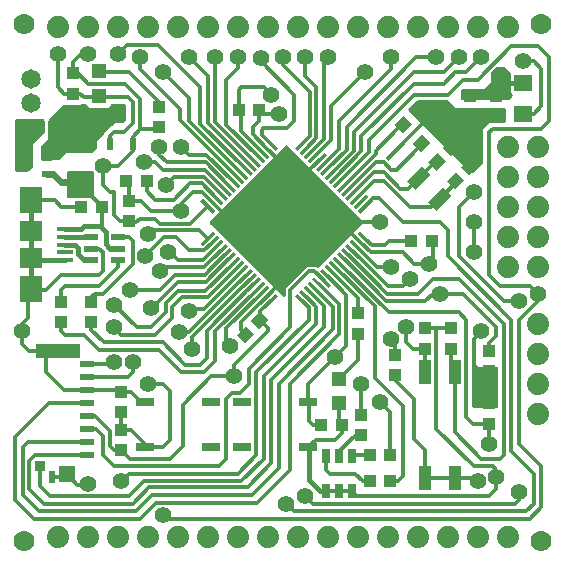
<source format=gbr>
G04 EAGLE Gerber RS-274X export*
G75*
%MOMM*%
%FSLAX34Y34*%
%LPD*%
%INTop Copper*%
%IPPOS*%
%AMOC8*
5,1,8,0,0,1.08239X$1,22.5*%
G01*
%ADD10R,1.400000X0.400000*%
%ADD11R,1.900000X1.800000*%
%ADD12R,1.900000X2.300000*%
%ADD13R,1.500000X0.300000*%
%ADD14R,1.100000X1.000000*%
%ADD15R,0.600000X1.000000*%
%ADD16R,0.970000X0.500000*%
%ADD17R,1.000000X1.100000*%
%ADD18C,1.651000*%
%ADD19R,1.000000X1.800000*%
%ADD20R,1.524000X0.762000*%
%ADD21R,0.400000X2.000000*%
%ADD22R,1.200000X1.200000*%
%ADD23R,1.092200X2.006600*%
%ADD24R,1.250000X0.600000*%
%ADD25R,3.790000X1.200000*%
%ADD26R,1.400000X1.450000*%
%ADD27R,0.850000X0.950000*%
%ADD28R,0.700000X1.300000*%
%ADD29C,1.879600*%
%ADD30R,2.200000X1.800000*%
%ADD31R,1.650000X1.400000*%
%ADD32R,1.000000X1.400000*%
%ADD33R,1.200000X0.600000*%
%ADD34C,0.406400*%
%ADD35C,0.609600*%
%ADD36C,0.304800*%
%ADD37C,1.397000*%
%ADD38C,0.254000*%
%ADD39C,1.778000*%

G36*
X239521Y225819D02*
X239521Y225819D01*
X239595Y225820D01*
X239692Y225844D01*
X239792Y225859D01*
X239861Y225887D01*
X239933Y225905D01*
X240023Y225951D01*
X240116Y225988D01*
X240177Y226030D01*
X240243Y226065D01*
X240320Y226130D01*
X240402Y226187D01*
X240452Y226242D01*
X240508Y226290D01*
X240568Y226371D01*
X240635Y226446D01*
X240671Y226511D01*
X240716Y226571D01*
X240755Y226663D01*
X240804Y226751D01*
X240824Y226822D01*
X240854Y226891D01*
X240871Y226989D01*
X240899Y227086D01*
X240907Y227186D01*
X240915Y227234D01*
X240913Y227269D01*
X240918Y227330D01*
X240918Y233248D01*
X258877Y251207D01*
X266371Y251207D01*
X266726Y250851D01*
X266747Y250835D01*
X266764Y250815D01*
X266883Y250727D01*
X266999Y250635D01*
X267023Y250623D01*
X267044Y250608D01*
X267180Y250549D01*
X267314Y250486D01*
X267340Y250480D01*
X267364Y250470D01*
X267510Y250443D01*
X267655Y250412D01*
X267681Y250413D01*
X267707Y250408D01*
X267856Y250416D01*
X268003Y250418D01*
X268029Y250425D01*
X268055Y250426D01*
X268198Y250467D01*
X268341Y250503D01*
X268365Y250515D01*
X268390Y250522D01*
X268519Y250595D01*
X268651Y250663D01*
X268671Y250680D01*
X268694Y250693D01*
X268880Y250851D01*
X305877Y287848D01*
X305893Y287868D01*
X305913Y287885D01*
X306002Y288005D01*
X306094Y288121D01*
X306105Y288145D01*
X306121Y288166D01*
X306179Y288302D01*
X306243Y288436D01*
X306248Y288462D01*
X306259Y288486D01*
X306285Y288632D01*
X306316Y288777D01*
X306316Y288803D01*
X306320Y288829D01*
X306313Y288977D01*
X306310Y289125D01*
X306304Y289151D01*
X306302Y289177D01*
X306261Y289319D01*
X306225Y289463D01*
X306213Y289487D01*
X306206Y289512D01*
X306133Y289641D01*
X306065Y289773D01*
X306048Y289793D01*
X306036Y289816D01*
X305877Y290002D01*
X242377Y353502D01*
X242357Y353518D01*
X242340Y353538D01*
X242220Y353627D01*
X242104Y353719D01*
X242080Y353730D01*
X242059Y353746D01*
X241923Y353804D01*
X241789Y353868D01*
X241763Y353873D01*
X241739Y353884D01*
X241593Y353910D01*
X241448Y353941D01*
X241422Y353941D01*
X241396Y353945D01*
X241248Y353938D01*
X241100Y353935D01*
X241074Y353929D01*
X241048Y353927D01*
X240906Y353886D01*
X240762Y353850D01*
X240739Y353838D01*
X240713Y353831D01*
X240584Y353758D01*
X240452Y353690D01*
X240432Y353673D01*
X240409Y353661D01*
X240223Y353502D01*
X176723Y290002D01*
X176707Y289982D01*
X176687Y289965D01*
X176598Y289845D01*
X176506Y289729D01*
X176495Y289705D01*
X176479Y289684D01*
X176421Y289548D01*
X176357Y289414D01*
X176352Y289388D01*
X176341Y289364D01*
X176315Y289218D01*
X176284Y289073D01*
X176284Y289047D01*
X176280Y289021D01*
X176287Y288873D01*
X176290Y288725D01*
X176296Y288699D01*
X176298Y288673D01*
X176339Y288531D01*
X176375Y288387D01*
X176387Y288364D01*
X176394Y288338D01*
X176466Y288209D01*
X176535Y288077D01*
X176552Y288057D01*
X176564Y288034D01*
X176723Y287848D01*
X238318Y226253D01*
X238396Y226191D01*
X238469Y226121D01*
X238533Y226082D01*
X238591Y226036D01*
X238682Y225993D01*
X238768Y225942D01*
X238839Y225919D01*
X238906Y225887D01*
X239004Y225866D01*
X239100Y225836D01*
X239174Y225830D01*
X239247Y225814D01*
X239347Y225816D01*
X239447Y225808D01*
X239521Y225819D01*
G37*
G36*
X398515Y330275D02*
X398515Y330275D01*
X398663Y330277D01*
X398688Y330284D01*
X398714Y330285D01*
X398857Y330326D01*
X399001Y330362D01*
X399024Y330375D01*
X399049Y330382D01*
X399178Y330454D01*
X399310Y330522D01*
X399330Y330539D01*
X399353Y330552D01*
X399540Y330710D01*
X407477Y338648D01*
X407556Y338747D01*
X407640Y338841D01*
X407664Y338883D01*
X407694Y338921D01*
X407748Y339035D01*
X407809Y339146D01*
X407822Y339192D01*
X407843Y339236D01*
X407869Y339359D01*
X407904Y339481D01*
X407909Y339542D01*
X407916Y339577D01*
X407915Y339625D01*
X407923Y339725D01*
X407923Y367669D01*
X413381Y373127D01*
X425450Y373127D01*
X425476Y373130D01*
X425502Y373128D01*
X425649Y373150D01*
X425796Y373167D01*
X425821Y373175D01*
X425847Y373179D01*
X425985Y373234D01*
X426124Y373284D01*
X426146Y373298D01*
X426171Y373308D01*
X426292Y373393D01*
X426417Y373473D01*
X426435Y373492D01*
X426457Y373507D01*
X426556Y373617D01*
X426659Y373724D01*
X426673Y373746D01*
X426690Y373766D01*
X426762Y373896D01*
X426838Y374023D01*
X426846Y374048D01*
X426859Y374071D01*
X426899Y374214D01*
X426944Y374355D01*
X426946Y374381D01*
X426954Y374406D01*
X426973Y374650D01*
X426973Y384175D01*
X426970Y384201D01*
X426972Y384227D01*
X426950Y384374D01*
X426933Y384521D01*
X426925Y384546D01*
X426921Y384572D01*
X426866Y384710D01*
X426816Y384849D01*
X426802Y384871D01*
X426792Y384896D01*
X426707Y385017D01*
X426627Y385142D01*
X426608Y385160D01*
X426593Y385182D01*
X426483Y385281D01*
X426376Y385384D01*
X426354Y385398D01*
X426334Y385415D01*
X426204Y385487D01*
X426077Y385563D01*
X426052Y385571D01*
X426029Y385584D01*
X425886Y385624D01*
X425745Y385669D01*
X425719Y385671D01*
X425694Y385679D01*
X425450Y385698D01*
X384806Y385698D01*
X378902Y391602D01*
X378803Y391681D01*
X378709Y391765D01*
X378667Y391789D01*
X378629Y391819D01*
X378515Y391873D01*
X378404Y391934D01*
X378358Y391947D01*
X378314Y391968D01*
X378191Y391994D01*
X378069Y392029D01*
X378008Y392034D01*
X377973Y392041D01*
X377925Y392040D01*
X377825Y392048D01*
X352425Y392048D01*
X352299Y392034D01*
X352173Y392027D01*
X352127Y392014D01*
X352079Y392008D01*
X351960Y391966D01*
X351838Y391931D01*
X351796Y391907D01*
X351751Y391891D01*
X351644Y391822D01*
X351534Y391761D01*
X351488Y391721D01*
X351458Y391702D01*
X351424Y391667D01*
X351348Y391602D01*
X344998Y385252D01*
X344982Y385232D01*
X344962Y385215D01*
X344873Y385095D01*
X344781Y384979D01*
X344770Y384955D01*
X344754Y384934D01*
X344696Y384798D01*
X344632Y384664D01*
X344627Y384638D01*
X344616Y384614D01*
X344590Y384468D01*
X344559Y384323D01*
X344559Y384297D01*
X344555Y384271D01*
X344562Y384123D01*
X344565Y383975D01*
X344571Y383949D01*
X344573Y383923D01*
X344614Y383781D01*
X344650Y383637D01*
X344662Y383614D01*
X344669Y383588D01*
X344742Y383459D01*
X344810Y383327D01*
X344827Y383307D01*
X344839Y383284D01*
X344998Y383098D01*
X397385Y330710D01*
X397406Y330694D01*
X397423Y330674D01*
X397542Y330586D01*
X397658Y330494D01*
X397682Y330483D01*
X397703Y330467D01*
X397839Y330408D01*
X397974Y330345D01*
X397999Y330339D01*
X398023Y330329D01*
X398170Y330303D01*
X398314Y330272D01*
X398340Y330272D01*
X398366Y330267D01*
X398515Y330275D01*
G37*
G36*
X47751Y341391D02*
X47751Y341391D01*
X47877Y341398D01*
X47923Y341411D01*
X47971Y341417D01*
X48090Y341459D01*
X48212Y341494D01*
X48254Y341518D01*
X48299Y341534D01*
X48406Y341603D01*
X48516Y341664D01*
X48562Y341704D01*
X48592Y341723D01*
X48626Y341758D01*
X48702Y341823D01*
X54606Y347727D01*
X76200Y347727D01*
X76326Y347741D01*
X76452Y347748D01*
X76498Y347761D01*
X76546Y347767D01*
X76665Y347809D01*
X76787Y347844D01*
X76829Y347868D01*
X76874Y347884D01*
X76981Y347953D01*
X77091Y348014D01*
X77137Y348054D01*
X77167Y348073D01*
X77201Y348108D01*
X77277Y348173D01*
X80452Y351348D01*
X80531Y351447D01*
X80615Y351541D01*
X80639Y351583D01*
X80669Y351621D01*
X80723Y351735D01*
X80784Y351846D01*
X80797Y351892D01*
X80818Y351936D01*
X80844Y352059D01*
X80879Y352181D01*
X80884Y352242D01*
X80891Y352277D01*
X80890Y352325D01*
X80898Y352425D01*
X80898Y358144D01*
X86746Y363992D01*
X86747Y363993D01*
X86749Y363995D01*
X86855Y364129D01*
X86963Y364265D01*
X86964Y364267D01*
X86965Y364268D01*
X87076Y364486D01*
X87337Y365116D01*
X89123Y366902D01*
X89124Y366902D01*
X90298Y368076D01*
X90298Y368077D01*
X92084Y369863D01*
X92714Y370124D01*
X92716Y370125D01*
X92718Y370125D01*
X92869Y370210D01*
X93019Y370293D01*
X93020Y370294D01*
X93022Y370295D01*
X93208Y370454D01*
X95881Y373127D01*
X102972Y373127D01*
X103098Y373141D01*
X103224Y373148D01*
X103270Y373161D01*
X103318Y373167D01*
X103437Y373209D01*
X103559Y373244D01*
X103601Y373268D01*
X103646Y373284D01*
X103753Y373353D01*
X103863Y373414D01*
X103909Y373454D01*
X103939Y373473D01*
X103973Y373508D01*
X104049Y373573D01*
X105090Y374614D01*
X105169Y374713D01*
X105253Y374807D01*
X105277Y374849D01*
X105307Y374887D01*
X105361Y375001D01*
X105422Y375112D01*
X105435Y375158D01*
X105456Y375202D01*
X105482Y375325D01*
X105517Y375447D01*
X105522Y375508D01*
X105529Y375543D01*
X105528Y375591D01*
X105536Y375691D01*
X105536Y387350D01*
X105533Y387376D01*
X105535Y387402D01*
X105513Y387549D01*
X105496Y387696D01*
X105488Y387721D01*
X105484Y387747D01*
X105429Y387885D01*
X105379Y388024D01*
X105365Y388046D01*
X105355Y388071D01*
X105270Y388192D01*
X105190Y388317D01*
X105171Y388335D01*
X105156Y388357D01*
X105046Y388456D01*
X104939Y388559D01*
X104917Y388573D01*
X104897Y388590D01*
X104767Y388662D01*
X104640Y388738D01*
X104615Y388746D01*
X104592Y388759D01*
X104449Y388799D01*
X104308Y388844D01*
X104282Y388846D01*
X104257Y388854D01*
X104013Y388873D01*
X93903Y388873D01*
X93777Y388859D01*
X93651Y388852D01*
X93604Y388839D01*
X93556Y388833D01*
X93437Y388791D01*
X93316Y388756D01*
X93274Y388732D01*
X93228Y388716D01*
X93122Y388647D01*
X93012Y388586D01*
X92965Y388546D01*
X92935Y388527D01*
X92902Y388492D01*
X92826Y388427D01*
X90234Y385835D01*
X74866Y385835D01*
X72274Y388427D01*
X72175Y388506D01*
X72082Y388590D01*
X72039Y388614D01*
X72001Y388644D01*
X71887Y388698D01*
X71777Y388759D01*
X71730Y388772D01*
X71686Y388793D01*
X71563Y388819D01*
X71441Y388854D01*
X71380Y388859D01*
X71346Y388866D01*
X71298Y388865D01*
X71197Y388873D01*
X68178Y388873D01*
X68052Y388859D01*
X67926Y388852D01*
X67879Y388839D01*
X67831Y388833D01*
X67712Y388791D01*
X67591Y388756D01*
X67549Y388732D01*
X67503Y388716D01*
X67397Y388647D01*
X67287Y388586D01*
X67241Y388546D01*
X67210Y388527D01*
X67177Y388492D01*
X67100Y388427D01*
X67009Y388335D01*
X53437Y388335D01*
X53311Y388321D01*
X53185Y388314D01*
X53139Y388301D01*
X53091Y388295D01*
X52972Y388253D01*
X52850Y388218D01*
X52808Y388194D01*
X52763Y388178D01*
X52656Y388109D01*
X52546Y388048D01*
X52500Y388008D01*
X52470Y387989D01*
X52436Y387954D01*
X52360Y387889D01*
X40198Y375727D01*
X40119Y375628D01*
X40035Y375534D01*
X40011Y375492D01*
X39981Y375454D01*
X39927Y375340D01*
X39866Y375229D01*
X39853Y375183D01*
X39832Y375139D01*
X39806Y375016D01*
X39771Y374894D01*
X39767Y374833D01*
X39759Y374798D01*
X39760Y374750D01*
X39752Y374650D01*
X39752Y359406D01*
X33848Y353502D01*
X33769Y353403D01*
X33685Y353309D01*
X33661Y353267D01*
X33631Y353229D01*
X33577Y353115D01*
X33516Y353004D01*
X33503Y352958D01*
X33482Y352914D01*
X33456Y352791D01*
X33421Y352669D01*
X33417Y352608D01*
X33409Y352573D01*
X33410Y352525D01*
X33402Y352425D01*
X33402Y342900D01*
X33405Y342874D01*
X33403Y342848D01*
X33425Y342701D01*
X33442Y342554D01*
X33450Y342529D01*
X33454Y342503D01*
X33509Y342365D01*
X33559Y342226D01*
X33573Y342204D01*
X33583Y342179D01*
X33668Y342058D01*
X33748Y341933D01*
X33767Y341915D01*
X33782Y341893D01*
X33892Y341794D01*
X33999Y341691D01*
X34021Y341677D01*
X34041Y341660D01*
X34171Y341588D01*
X34298Y341512D01*
X34323Y341504D01*
X34346Y341491D01*
X34489Y341451D01*
X34630Y341406D01*
X34656Y341404D01*
X34681Y341396D01*
X34925Y341377D01*
X47625Y341377D01*
X47751Y341391D01*
G37*
G36*
X22351Y331866D02*
X22351Y331866D01*
X22477Y331873D01*
X22523Y331886D01*
X22571Y331892D01*
X22690Y331934D01*
X22812Y331969D01*
X22854Y331993D01*
X22899Y332009D01*
X23006Y332078D01*
X23116Y332139D01*
X23162Y332179D01*
X23192Y332198D01*
X23226Y332233D01*
X23302Y332298D01*
X26477Y335473D01*
X26556Y335572D01*
X26640Y335666D01*
X26664Y335708D01*
X26694Y335746D01*
X26748Y335860D01*
X26809Y335971D01*
X26822Y336017D01*
X26843Y336061D01*
X26869Y336184D01*
X26904Y336306D01*
X26909Y336367D01*
X26916Y336402D01*
X26915Y336450D01*
X26923Y336550D01*
X26923Y354969D01*
X36002Y364048D01*
X36081Y364147D01*
X36165Y364241D01*
X36189Y364283D01*
X36219Y364321D01*
X36273Y364435D01*
X36334Y364546D01*
X36347Y364592D01*
X36368Y364636D01*
X36394Y364759D01*
X36429Y364881D01*
X36434Y364942D01*
X36441Y364977D01*
X36440Y365025D01*
X36448Y365125D01*
X36448Y374650D01*
X36445Y374676D01*
X36447Y374702D01*
X36425Y374849D01*
X36408Y374996D01*
X36400Y375021D01*
X36396Y375047D01*
X36341Y375185D01*
X36291Y375324D01*
X36277Y375346D01*
X36267Y375371D01*
X36182Y375492D01*
X36102Y375617D01*
X36083Y375635D01*
X36068Y375657D01*
X35958Y375756D01*
X35851Y375859D01*
X35829Y375873D01*
X35809Y375890D01*
X35679Y375962D01*
X35552Y376038D01*
X35527Y376046D01*
X35504Y376059D01*
X35361Y376099D01*
X35220Y376144D01*
X35194Y376146D01*
X35169Y376154D01*
X34925Y376173D01*
X12700Y376173D01*
X12674Y376170D01*
X12648Y376172D01*
X12501Y376150D01*
X12354Y376133D01*
X12329Y376125D01*
X12303Y376121D01*
X12165Y376066D01*
X12026Y376016D01*
X12004Y376002D01*
X11979Y375992D01*
X11858Y375907D01*
X11733Y375827D01*
X11715Y375808D01*
X11693Y375793D01*
X11594Y375683D01*
X11491Y375576D01*
X11477Y375554D01*
X11460Y375534D01*
X11388Y375404D01*
X11312Y375277D01*
X11304Y375252D01*
X11291Y375229D01*
X11251Y375086D01*
X11206Y374945D01*
X11204Y374919D01*
X11196Y374894D01*
X11177Y374650D01*
X11177Y333375D01*
X11180Y333349D01*
X11178Y333323D01*
X11200Y333176D01*
X11217Y333029D01*
X11225Y333004D01*
X11229Y332978D01*
X11284Y332840D01*
X11334Y332701D01*
X11348Y332679D01*
X11358Y332654D01*
X11443Y332533D01*
X11523Y332408D01*
X11542Y332390D01*
X11557Y332368D01*
X11667Y332269D01*
X11774Y332166D01*
X11796Y332152D01*
X11816Y332135D01*
X11946Y332063D01*
X12073Y331987D01*
X12098Y331979D01*
X12121Y331966D01*
X12264Y331926D01*
X12405Y331881D01*
X12431Y331879D01*
X12456Y331871D01*
X12700Y331852D01*
X22225Y331852D01*
X22351Y331866D01*
G37*
G36*
X419126Y131830D02*
X419126Y131830D01*
X419152Y131828D01*
X419299Y131850D01*
X419446Y131867D01*
X419471Y131875D01*
X419497Y131879D01*
X419635Y131934D01*
X419774Y131984D01*
X419796Y131998D01*
X419821Y132008D01*
X419942Y132093D01*
X420067Y132173D01*
X420085Y132192D01*
X420107Y132207D01*
X420206Y132317D01*
X420309Y132424D01*
X420323Y132446D01*
X420340Y132466D01*
X420412Y132596D01*
X420488Y132723D01*
X420496Y132748D01*
X420509Y132771D01*
X420549Y132914D01*
X420594Y133055D01*
X420596Y133081D01*
X420604Y133106D01*
X420623Y133350D01*
X420623Y165100D01*
X420620Y165126D01*
X420622Y165152D01*
X420600Y165299D01*
X420583Y165446D01*
X420575Y165471D01*
X420571Y165497D01*
X420516Y165635D01*
X420466Y165774D01*
X420452Y165796D01*
X420442Y165821D01*
X420357Y165942D01*
X420277Y166067D01*
X420258Y166085D01*
X420243Y166107D01*
X420133Y166206D01*
X420026Y166309D01*
X420004Y166323D01*
X419984Y166340D01*
X419854Y166412D01*
X419727Y166488D01*
X419702Y166496D01*
X419679Y166509D01*
X419536Y166549D01*
X419395Y166594D01*
X419369Y166596D01*
X419344Y166604D01*
X419100Y166623D01*
X403856Y166623D01*
X401127Y169352D01*
X401049Y169414D01*
X400976Y169484D01*
X400912Y169523D01*
X400854Y169569D01*
X400763Y169612D01*
X400677Y169663D01*
X400606Y169686D01*
X400539Y169718D01*
X400441Y169739D01*
X400345Y169769D01*
X400271Y169775D01*
X400198Y169791D01*
X400098Y169789D01*
X399998Y169797D01*
X399924Y169786D01*
X399850Y169785D01*
X399753Y169761D01*
X399653Y169746D01*
X399584Y169718D01*
X399512Y169700D01*
X399422Y169654D01*
X399329Y169617D01*
X399268Y169575D01*
X399202Y169540D01*
X399125Y169475D01*
X399043Y169418D01*
X398993Y169363D01*
X398937Y169315D01*
X398877Y169234D01*
X398810Y169159D01*
X398774Y169094D01*
X398729Y169034D01*
X398690Y168942D01*
X398641Y168854D01*
X398621Y168783D01*
X398591Y168714D01*
X398574Y168616D01*
X398546Y168519D01*
X398538Y168419D01*
X398530Y168371D01*
X398532Y168336D01*
X398527Y168275D01*
X398527Y133350D01*
X398530Y133324D01*
X398528Y133298D01*
X398550Y133151D01*
X398567Y133004D01*
X398575Y132979D01*
X398579Y132953D01*
X398634Y132815D01*
X398684Y132676D01*
X398698Y132654D01*
X398708Y132629D01*
X398793Y132508D01*
X398873Y132383D01*
X398892Y132365D01*
X398907Y132343D01*
X399017Y132244D01*
X399124Y132141D01*
X399146Y132127D01*
X399166Y132110D01*
X399296Y132038D01*
X399423Y131962D01*
X399448Y131954D01*
X399471Y131941D01*
X399614Y131901D01*
X399755Y131856D01*
X399781Y131854D01*
X399806Y131846D01*
X400050Y131827D01*
X419100Y131827D01*
X419126Y131830D01*
G37*
G36*
X428751Y392191D02*
X428751Y392191D01*
X428877Y392198D01*
X428923Y392211D01*
X428971Y392217D01*
X429090Y392259D01*
X429212Y392294D01*
X429254Y392318D01*
X429299Y392334D01*
X429406Y392403D01*
X429516Y392464D01*
X429562Y392504D01*
X429592Y392523D01*
X429626Y392558D01*
X429702Y392623D01*
X432413Y395333D01*
X432429Y395354D01*
X432449Y395371D01*
X432537Y395491D01*
X432629Y395606D01*
X432640Y395630D01*
X432656Y395651D01*
X432715Y395787D01*
X432778Y395922D01*
X432784Y395947D01*
X432794Y395971D01*
X432820Y396118D01*
X432852Y396262D01*
X432851Y396288D01*
X432856Y396314D01*
X432848Y396463D01*
X432846Y396611D01*
X432839Y396636D01*
X432838Y396662D01*
X432797Y396805D01*
X432761Y396949D01*
X432749Y396972D01*
X432741Y396997D01*
X432669Y397127D01*
X432601Y397259D01*
X432584Y397279D01*
X432571Y397301D01*
X432413Y397488D01*
X431042Y398858D01*
X431042Y415031D01*
X431040Y415055D01*
X431041Y415078D01*
X431027Y415174D01*
X431021Y415283D01*
X431008Y415329D01*
X431002Y415377D01*
X430992Y415406D01*
X430990Y415422D01*
X430958Y415501D01*
X430925Y415618D01*
X430901Y415660D01*
X430885Y415705D01*
X430865Y415736D01*
X430861Y415746D01*
X430826Y415796D01*
X430816Y415812D01*
X430755Y415922D01*
X430715Y415968D01*
X430696Y415998D01*
X430665Y416028D01*
X430662Y416032D01*
X430656Y416038D01*
X430596Y416108D01*
X426527Y420177D01*
X426428Y420256D01*
X426334Y420340D01*
X426292Y420364D01*
X426254Y420394D01*
X426140Y420448D01*
X426029Y420509D01*
X425983Y420522D01*
X425939Y420543D01*
X425816Y420569D01*
X425694Y420604D01*
X425633Y420609D01*
X425598Y420616D01*
X425550Y420615D01*
X425450Y420623D01*
X419934Y420623D01*
X419809Y420609D01*
X419682Y420602D01*
X419636Y420589D01*
X419588Y420583D01*
X419469Y420541D01*
X419347Y420506D01*
X419305Y420482D01*
X419260Y420466D01*
X419154Y420397D01*
X419043Y420336D01*
X418997Y420296D01*
X418967Y420277D01*
X418934Y420242D01*
X418857Y420177D01*
X414848Y416168D01*
X414769Y416069D01*
X414685Y415975D01*
X414661Y415933D01*
X414631Y415895D01*
X414577Y415781D01*
X414516Y415670D01*
X414503Y415623D01*
X414482Y415580D01*
X414456Y415456D01*
X414421Y415335D01*
X414417Y415274D01*
X414409Y415239D01*
X414410Y415191D01*
X414402Y415091D01*
X414402Y407031D01*
X408944Y401573D01*
X390525Y401573D01*
X390499Y401570D01*
X390473Y401572D01*
X390326Y401550D01*
X390179Y401533D01*
X390154Y401525D01*
X390128Y401521D01*
X389990Y401466D01*
X389851Y401416D01*
X389829Y401402D01*
X389804Y401392D01*
X389683Y401307D01*
X389558Y401227D01*
X389540Y401208D01*
X389518Y401193D01*
X389419Y401083D01*
X389316Y400976D01*
X389302Y400954D01*
X389285Y400934D01*
X389213Y400804D01*
X389137Y400677D01*
X389129Y400652D01*
X389116Y400629D01*
X389076Y400486D01*
X389031Y400345D01*
X389029Y400319D01*
X389021Y400294D01*
X389002Y400050D01*
X389002Y393700D01*
X389005Y393674D01*
X389003Y393648D01*
X389025Y393501D01*
X389042Y393354D01*
X389050Y393329D01*
X389054Y393303D01*
X389109Y393165D01*
X389159Y393026D01*
X389173Y393004D01*
X389183Y392979D01*
X389268Y392858D01*
X389348Y392733D01*
X389367Y392715D01*
X389382Y392693D01*
X389492Y392594D01*
X389599Y392491D01*
X389621Y392477D01*
X389641Y392460D01*
X389771Y392388D01*
X389898Y392312D01*
X389923Y392304D01*
X389946Y392291D01*
X390089Y392251D01*
X390230Y392206D01*
X390256Y392204D01*
X390281Y392196D01*
X390525Y392177D01*
X428625Y392177D01*
X428751Y392191D01*
G37*
G36*
X61004Y309121D02*
X61004Y309121D01*
X61031Y309119D01*
X61205Y309141D01*
X61369Y309158D01*
X74031Y309158D01*
X74039Y309155D01*
X74066Y309153D01*
X74092Y309146D01*
X74422Y309119D01*
X76200Y309119D01*
X76218Y309121D01*
X76236Y309119D01*
X76418Y309140D01*
X76601Y309159D01*
X76618Y309164D01*
X76635Y309166D01*
X76810Y309223D01*
X76986Y309277D01*
X77001Y309285D01*
X77018Y309291D01*
X77178Y309381D01*
X77340Y309469D01*
X77353Y309480D01*
X77369Y309489D01*
X77508Y309609D01*
X77649Y309726D01*
X77660Y309740D01*
X77674Y309752D01*
X77786Y309897D01*
X77901Y310040D01*
X77909Y310056D01*
X77920Y310070D01*
X78002Y310235D01*
X78087Y310397D01*
X78092Y310414D01*
X78100Y310431D01*
X78147Y310609D01*
X78198Y310784D01*
X78200Y310802D01*
X78204Y310819D01*
X78231Y311150D01*
X78231Y330200D01*
X78229Y330218D01*
X78231Y330236D01*
X78210Y330418D01*
X78191Y330601D01*
X78186Y330618D01*
X78184Y330635D01*
X78127Y330810D01*
X78073Y330986D01*
X78065Y331001D01*
X78059Y331018D01*
X77969Y331178D01*
X77881Y331340D01*
X77870Y331353D01*
X77861Y331369D01*
X77741Y331508D01*
X77624Y331649D01*
X77610Y331660D01*
X77598Y331674D01*
X77453Y331786D01*
X77310Y331901D01*
X77294Y331909D01*
X77280Y331920D01*
X77115Y332002D01*
X76953Y332087D01*
X76936Y332092D01*
X76920Y332100D01*
X76741Y332147D01*
X76566Y332198D01*
X76548Y332200D01*
X76531Y332204D01*
X76200Y332231D01*
X57150Y332231D01*
X57132Y332229D01*
X57114Y332231D01*
X56932Y332210D01*
X56749Y332191D01*
X56732Y332186D01*
X56715Y332184D01*
X56540Y332127D01*
X56364Y332073D01*
X56349Y332065D01*
X56332Y332059D01*
X56172Y331969D01*
X56010Y331881D01*
X55997Y331870D01*
X55981Y331861D01*
X55842Y331741D01*
X55701Y331624D01*
X55690Y331610D01*
X55677Y331598D01*
X55564Y331453D01*
X55449Y331310D01*
X55441Y331294D01*
X55430Y331280D01*
X55348Y331115D01*
X55263Y330953D01*
X55258Y330936D01*
X55250Y330920D01*
X55203Y330741D01*
X55152Y330566D01*
X55150Y330548D01*
X55146Y330531D01*
X55119Y330200D01*
X55119Y311150D01*
X55121Y311132D01*
X55119Y311114D01*
X55140Y310932D01*
X55159Y310749D01*
X55164Y310732D01*
X55166Y310715D01*
X55223Y310540D01*
X55277Y310364D01*
X55285Y310349D01*
X55291Y310332D01*
X55381Y310172D01*
X55469Y310010D01*
X55480Y309997D01*
X55489Y309981D01*
X55609Y309842D01*
X55726Y309701D01*
X55740Y309690D01*
X55752Y309677D01*
X55897Y309564D01*
X56040Y309449D01*
X56056Y309441D01*
X56070Y309430D01*
X56235Y309348D01*
X56397Y309263D01*
X56414Y309258D01*
X56431Y309250D01*
X56609Y309203D01*
X56784Y309152D01*
X56802Y309150D01*
X56819Y309146D01*
X57150Y309119D01*
X60978Y309119D01*
X61004Y309121D01*
G37*
D10*
X53900Y282875D03*
X53900Y276375D03*
X53900Y269875D03*
X53900Y263375D03*
X53900Y256875D03*
D11*
X25400Y281375D03*
X25400Y258375D03*
D12*
X25400Y307375D03*
X25400Y232375D03*
D13*
G36*
X301759Y298472D02*
X312364Y309077D01*
X314485Y306956D01*
X303880Y296351D01*
X301759Y298472D01*
G37*
G36*
X298223Y302007D02*
X308828Y312612D01*
X310949Y310491D01*
X300344Y299886D01*
X298223Y302007D01*
G37*
G36*
X294688Y305543D02*
X305293Y316148D01*
X307414Y314027D01*
X296809Y303422D01*
X294688Y305543D01*
G37*
G36*
X291152Y309078D02*
X301757Y319683D01*
X303878Y317562D01*
X293273Y306957D01*
X291152Y309078D01*
G37*
G36*
X287616Y312614D02*
X298221Y323219D01*
X300342Y321098D01*
X289737Y310493D01*
X287616Y312614D01*
G37*
G36*
X284081Y316149D02*
X294686Y326754D01*
X296807Y324633D01*
X286202Y314028D01*
X284081Y316149D01*
G37*
G36*
X280545Y319685D02*
X291150Y330290D01*
X293271Y328169D01*
X282666Y317564D01*
X280545Y319685D01*
G37*
G36*
X277010Y323220D02*
X287615Y333825D01*
X289736Y331704D01*
X279131Y321099D01*
X277010Y323220D01*
G37*
G36*
X273474Y326756D02*
X284079Y337361D01*
X286200Y335240D01*
X275595Y324635D01*
X273474Y326756D01*
G37*
G36*
X269939Y330291D02*
X280544Y340896D01*
X282665Y338775D01*
X272060Y328170D01*
X269939Y330291D01*
G37*
G36*
X266403Y333827D02*
X277008Y344432D01*
X279129Y342311D01*
X268524Y331706D01*
X266403Y333827D01*
G37*
G36*
X262868Y337362D02*
X273473Y347967D01*
X275594Y345846D01*
X264989Y335241D01*
X262868Y337362D01*
G37*
G36*
X259332Y340898D02*
X269937Y351503D01*
X272058Y349382D01*
X261453Y338777D01*
X259332Y340898D01*
G37*
G36*
X255797Y344434D02*
X266402Y355039D01*
X268523Y352918D01*
X257918Y342313D01*
X255797Y344434D01*
G37*
G36*
X252261Y347969D02*
X262866Y358574D01*
X264987Y356453D01*
X254382Y345848D01*
X252261Y347969D01*
G37*
G36*
X248726Y351505D02*
X259331Y362110D01*
X261452Y359989D01*
X250847Y349384D01*
X248726Y351505D01*
G37*
G36*
X231753Y349384D02*
X221148Y359989D01*
X223269Y362110D01*
X233874Y351505D01*
X231753Y349384D01*
G37*
G36*
X228218Y345848D02*
X217613Y356453D01*
X219734Y358574D01*
X230339Y347969D01*
X228218Y345848D01*
G37*
G36*
X224682Y342313D02*
X214077Y352918D01*
X216198Y355039D01*
X226803Y344434D01*
X224682Y342313D01*
G37*
G36*
X221147Y338777D02*
X210542Y349382D01*
X212663Y351503D01*
X223268Y340898D01*
X221147Y338777D01*
G37*
G36*
X217611Y335241D02*
X207006Y345846D01*
X209127Y347967D01*
X219732Y337362D01*
X217611Y335241D01*
G37*
G36*
X214076Y331706D02*
X203471Y342311D01*
X205592Y344432D01*
X216197Y333827D01*
X214076Y331706D01*
G37*
G36*
X210540Y328170D02*
X199935Y338775D01*
X202056Y340896D01*
X212661Y330291D01*
X210540Y328170D01*
G37*
G36*
X207005Y324635D02*
X196400Y335240D01*
X198521Y337361D01*
X209126Y326756D01*
X207005Y324635D01*
G37*
G36*
X203469Y321099D02*
X192864Y331704D01*
X194985Y333825D01*
X205590Y323220D01*
X203469Y321099D01*
G37*
G36*
X199934Y317564D02*
X189329Y328169D01*
X191450Y330290D01*
X202055Y319685D01*
X199934Y317564D01*
G37*
G36*
X196398Y314028D02*
X185793Y324633D01*
X187914Y326754D01*
X198519Y316149D01*
X196398Y314028D01*
G37*
G36*
X192863Y310493D02*
X182258Y321098D01*
X184379Y323219D01*
X194984Y312614D01*
X192863Y310493D01*
G37*
G36*
X189327Y306957D02*
X178722Y317562D01*
X180843Y319683D01*
X191448Y309078D01*
X189327Y306957D01*
G37*
G36*
X185791Y303422D02*
X175186Y314027D01*
X177307Y316148D01*
X187912Y305543D01*
X185791Y303422D01*
G37*
G36*
X182256Y299886D02*
X171651Y310491D01*
X173772Y312612D01*
X184377Y302007D01*
X182256Y299886D01*
G37*
G36*
X178720Y296351D02*
X168115Y306956D01*
X170236Y309077D01*
X180841Y298472D01*
X178720Y296351D01*
G37*
G36*
X180841Y279378D02*
X170236Y268773D01*
X168115Y270894D01*
X178720Y281499D01*
X180841Y279378D01*
G37*
G36*
X184377Y275843D02*
X173772Y265238D01*
X171651Y267359D01*
X182256Y277964D01*
X184377Y275843D01*
G37*
G36*
X187912Y272307D02*
X177307Y261702D01*
X175186Y263823D01*
X185791Y274428D01*
X187912Y272307D01*
G37*
G36*
X191448Y268772D02*
X180843Y258167D01*
X178722Y260288D01*
X189327Y270893D01*
X191448Y268772D01*
G37*
G36*
X194984Y265236D02*
X184379Y254631D01*
X182258Y256752D01*
X192863Y267357D01*
X194984Y265236D01*
G37*
G36*
X198519Y261701D02*
X187914Y251096D01*
X185793Y253217D01*
X196398Y263822D01*
X198519Y261701D01*
G37*
G36*
X202055Y258165D02*
X191450Y247560D01*
X189329Y249681D01*
X199934Y260286D01*
X202055Y258165D01*
G37*
G36*
X205590Y254630D02*
X194985Y244025D01*
X192864Y246146D01*
X203469Y256751D01*
X205590Y254630D01*
G37*
G36*
X209126Y251094D02*
X198521Y240489D01*
X196400Y242610D01*
X207005Y253215D01*
X209126Y251094D01*
G37*
G36*
X212661Y247559D02*
X202056Y236954D01*
X199935Y239075D01*
X210540Y249680D01*
X212661Y247559D01*
G37*
G36*
X216197Y244023D02*
X205592Y233418D01*
X203471Y235539D01*
X214076Y246144D01*
X216197Y244023D01*
G37*
G36*
X219732Y240488D02*
X209127Y229883D01*
X207006Y232004D01*
X217611Y242609D01*
X219732Y240488D01*
G37*
G36*
X223268Y236952D02*
X212663Y226347D01*
X210542Y228468D01*
X221147Y239073D01*
X223268Y236952D01*
G37*
G36*
X226803Y233416D02*
X216198Y222811D01*
X214077Y224932D01*
X224682Y235537D01*
X226803Y233416D01*
G37*
G36*
X230339Y229881D02*
X219734Y219276D01*
X217613Y221397D01*
X228218Y232002D01*
X230339Y229881D01*
G37*
G36*
X233874Y226345D02*
X223269Y215740D01*
X221148Y217861D01*
X231753Y228466D01*
X233874Y226345D01*
G37*
G36*
X250847Y228466D02*
X261452Y217861D01*
X259331Y215740D01*
X248726Y226345D01*
X250847Y228466D01*
G37*
G36*
X254382Y232002D02*
X264987Y221397D01*
X262866Y219276D01*
X252261Y229881D01*
X254382Y232002D01*
G37*
G36*
X257918Y235537D02*
X268523Y224932D01*
X266402Y222811D01*
X255797Y233416D01*
X257918Y235537D01*
G37*
G36*
X261453Y239073D02*
X272058Y228468D01*
X269937Y226347D01*
X259332Y236952D01*
X261453Y239073D01*
G37*
G36*
X264989Y242609D02*
X275594Y232004D01*
X273473Y229883D01*
X262868Y240488D01*
X264989Y242609D01*
G37*
G36*
X268524Y246144D02*
X279129Y235539D01*
X277008Y233418D01*
X266403Y244023D01*
X268524Y246144D01*
G37*
G36*
X272060Y249680D02*
X282665Y239075D01*
X280544Y236954D01*
X269939Y247559D01*
X272060Y249680D01*
G37*
G36*
X275595Y253215D02*
X286200Y242610D01*
X284079Y240489D01*
X273474Y251094D01*
X275595Y253215D01*
G37*
G36*
X279131Y256751D02*
X289736Y246146D01*
X287615Y244025D01*
X277010Y254630D01*
X279131Y256751D01*
G37*
G36*
X282666Y260286D02*
X293271Y249681D01*
X291150Y247560D01*
X280545Y258165D01*
X282666Y260286D01*
G37*
G36*
X286202Y263822D02*
X296807Y253217D01*
X294686Y251096D01*
X284081Y261701D01*
X286202Y263822D01*
G37*
G36*
X289737Y267357D02*
X300342Y256752D01*
X298221Y254631D01*
X287616Y265236D01*
X289737Y267357D01*
G37*
G36*
X293273Y270893D02*
X303878Y260288D01*
X301757Y258167D01*
X291152Y268772D01*
X293273Y270893D01*
G37*
G36*
X296809Y274428D02*
X307414Y263823D01*
X305293Y261702D01*
X294688Y272307D01*
X296809Y274428D01*
G37*
G36*
X300344Y277964D02*
X310949Y267359D01*
X308828Y265238D01*
X298223Y275843D01*
X300344Y277964D01*
G37*
G36*
X303880Y281499D02*
X314485Y270894D01*
X312364Y268773D01*
X301759Y279378D01*
X303880Y281499D01*
G37*
D14*
X76200Y204225D03*
X76200Y221225D03*
X50800Y204225D03*
X50800Y221225D03*
D15*
X101600Y381800D03*
X111100Y354800D03*
X92100Y354800D03*
D16*
X38375Y330050D03*
X38375Y343050D03*
X18775Y336550D03*
D17*
X67700Y301625D03*
X84700Y301625D03*
D18*
X25400Y410050D03*
X25400Y390050D03*
D19*
G36*
X373617Y318560D02*
X380688Y311489D01*
X367961Y298762D01*
X360890Y305833D01*
X373617Y318560D01*
G37*
G36*
X355939Y336238D02*
X363010Y329167D01*
X350283Y316440D01*
X343212Y323511D01*
X355939Y336238D01*
G37*
D14*
G36*
X391939Y324543D02*
X384162Y316766D01*
X377091Y323837D01*
X384868Y331614D01*
X391939Y324543D01*
G37*
G36*
X403959Y336563D02*
X396182Y328786D01*
X389111Y335857D01*
X396888Y343634D01*
X403959Y336563D01*
G37*
G36*
X376064Y340418D02*
X368287Y332641D01*
X361216Y339712D01*
X368993Y347489D01*
X376064Y340418D01*
G37*
G36*
X388084Y352438D02*
X380307Y344661D01*
X373236Y351732D01*
X381013Y359509D01*
X388084Y352438D01*
G37*
X101600Y113275D03*
X101600Y96275D03*
X333375Y176775D03*
X333375Y159775D03*
D20*
X121285Y136525D03*
X177165Y136525D03*
X121285Y98425D03*
X177165Y98425D03*
X259715Y98425D03*
X203835Y98425D03*
X259715Y136525D03*
X203835Y136525D03*
D17*
X101600Y128025D03*
X101600Y145025D03*
D21*
G36*
X327719Y340765D02*
X324890Y343594D01*
X339031Y357735D01*
X341860Y354906D01*
X327719Y340765D01*
G37*
G36*
X319234Y349250D02*
X316405Y352079D01*
X330546Y366220D01*
X333375Y363391D01*
X319234Y349250D01*
G37*
G36*
X336204Y332280D02*
X333375Y335109D01*
X347516Y349250D01*
X350345Y346421D01*
X336204Y332280D01*
G37*
D14*
G36*
X363364Y356293D02*
X355587Y348516D01*
X348516Y355587D01*
X356293Y363364D01*
X363364Y356293D01*
G37*
G36*
X375384Y368313D02*
X367607Y360536D01*
X360536Y367607D01*
X368313Y375384D01*
X375384Y368313D01*
G37*
G36*
X347489Y372168D02*
X339712Y364391D01*
X332641Y371462D01*
X340418Y379239D01*
X347489Y372168D01*
G37*
G36*
X359509Y384188D02*
X351732Y376411D01*
X344661Y383482D01*
X352438Y391259D01*
X359509Y384188D01*
G37*
X301625Y194700D03*
X301625Y211700D03*
D22*
X285750Y135550D03*
X285750Y156550D03*
D14*
X412750Y118500D03*
X412750Y135500D03*
X412750Y179950D03*
X412750Y162950D03*
D23*
X358775Y72517D03*
X358775Y162433D03*
X384175Y162433D03*
X384175Y72517D03*
D14*
X381000Y199000D03*
X381000Y182000D03*
X358775Y199000D03*
X358775Y182000D03*
D24*
X72475Y91675D03*
X72475Y102675D03*
X72475Y113675D03*
X72475Y124675D03*
X72475Y135675D03*
X72475Y146675D03*
X72475Y157675D03*
X72475Y168675D03*
D25*
X47675Y180175D03*
D26*
X55225Y75425D03*
D15*
X42725Y73175D03*
D27*
X32975Y82425D03*
D28*
X274750Y61450D03*
X285750Y61450D03*
X296750Y61450D03*
X296750Y90950D03*
X285750Y90950D03*
X274750Y90950D03*
D17*
X312175Y69850D03*
X329175Y69850D03*
X312175Y92075D03*
X329175Y92075D03*
D14*
X304800Y108975D03*
X304800Y125975D03*
D29*
X47625Y454025D03*
X73025Y454025D03*
X98425Y454025D03*
X123825Y454025D03*
X149225Y454025D03*
X174625Y454025D03*
X200025Y454025D03*
X225425Y454025D03*
X250825Y454025D03*
X276225Y454025D03*
X301625Y454025D03*
X327025Y454025D03*
X352425Y454025D03*
X377825Y454025D03*
X403225Y454025D03*
X428625Y454025D03*
X47625Y22225D03*
X73025Y22225D03*
X98425Y22225D03*
X123825Y22225D03*
X149225Y22225D03*
X174625Y22225D03*
X200025Y22225D03*
X225425Y22225D03*
X250825Y22225D03*
X276225Y22225D03*
X301625Y22225D03*
X327025Y22225D03*
X352425Y22225D03*
X377825Y22225D03*
X403225Y22225D03*
X428625Y22225D03*
X428625Y352425D03*
X454025Y352425D03*
X428625Y327025D03*
X454025Y327025D03*
X428625Y301625D03*
X454025Y301625D03*
X428625Y276225D03*
X454025Y276225D03*
X428625Y250825D03*
X454025Y250825D03*
D14*
G36*
X211311Y205682D02*
X219088Y213459D01*
X226159Y206388D01*
X218382Y198611D01*
X211311Y205682D01*
G37*
G36*
X199291Y193662D02*
X207068Y201439D01*
X214139Y194368D01*
X206362Y186591D01*
X199291Y193662D01*
G37*
X347100Y273050D03*
X364100Y273050D03*
X201050Y384175D03*
X218050Y384175D03*
D17*
X107950Y289950D03*
X107950Y306950D03*
D14*
X122800Y323850D03*
X105800Y323850D03*
D17*
X60325Y414900D03*
X60325Y397900D03*
D29*
X454025Y127000D03*
X454025Y152400D03*
X454025Y177800D03*
X454025Y203200D03*
D30*
X66675Y371575D03*
X66675Y320575D03*
D17*
X396875Y395850D03*
X396875Y378850D03*
X419100Y395850D03*
X419100Y378850D03*
D31*
X441325Y406700D03*
X441325Y380700D03*
D32*
X441575Y380700D03*
X441575Y406700D03*
D14*
X133350Y386325D03*
X133350Y369325D03*
D22*
X82550Y395900D03*
X82550Y416900D03*
D14*
X270900Y117475D03*
X287900Y117475D03*
D33*
X98425Y276200D03*
X98425Y266700D03*
X98425Y257200D03*
X75425Y276200D03*
X75425Y266700D03*
X75425Y257200D03*
D34*
X75250Y276375D02*
X53900Y276375D01*
X75250Y276375D02*
X75425Y276200D01*
X64964Y267058D02*
X64964Y262111D01*
X64964Y267058D02*
X62147Y269875D01*
X64964Y262111D02*
X69875Y257200D01*
X62147Y269875D02*
X53900Y269875D01*
X69875Y257200D02*
X75425Y257200D01*
X66975Y282875D02*
X53900Y282875D01*
X66975Y282875D02*
X69850Y285750D01*
D35*
X43650Y330050D02*
X38375Y330050D01*
X43650Y330050D02*
X50800Y322900D01*
D34*
X83079Y285750D02*
X88156Y280673D01*
X83079Y285750D02*
X69850Y285750D01*
X88156Y280673D02*
X88156Y270619D01*
X92075Y266700D01*
D36*
X84700Y284129D02*
X84700Y301625D01*
X84700Y284129D02*
X88156Y280673D01*
X84700Y301625D02*
X84700Y302650D01*
X63500Y323850D01*
D35*
X59375Y322900D02*
X50800Y322900D01*
X59375Y322900D02*
X60325Y323850D01*
X63500Y323850D01*
D34*
X92075Y266700D02*
X98425Y266700D01*
X53900Y256875D02*
X26900Y256875D01*
X25400Y258375D01*
X25400Y281375D02*
X25400Y307375D01*
X25400Y281375D02*
X25400Y258375D01*
X25400Y232375D01*
D36*
X118110Y136525D02*
X121285Y136525D01*
X118110Y136525D02*
X109610Y145025D01*
X101600Y145025D01*
X333375Y349250D02*
X358775Y374650D01*
X352085Y381340D01*
X352085Y383835D01*
X365465Y367960D02*
X367960Y367960D01*
X365465Y367960D02*
X358775Y374650D01*
X380660Y355260D02*
X380660Y352085D01*
X380660Y355260D02*
X367960Y367960D01*
X380660Y352085D02*
X396535Y336210D01*
X381000Y199000D02*
X368300Y199000D01*
X358775Y199000D01*
X101600Y145025D02*
X99950Y146675D01*
X72475Y146675D01*
X188988Y295275D02*
X178014Y306249D01*
X188988Y295275D02*
X190500Y295275D01*
X234950Y339725D01*
X234950Y341237D01*
X223976Y352211D01*
X295275Y280912D02*
X304586Y271601D01*
X295275Y280912D02*
X295275Y282575D01*
X293688Y284163D01*
X288925Y288925D01*
X285750Y61450D02*
X274750Y61450D01*
X285750Y61450D02*
X296750Y61450D01*
X52975Y73175D02*
X42725Y73175D01*
X52975Y73175D02*
X55225Y75425D01*
X178014Y306249D02*
X169938Y314325D01*
X95250Y365125D02*
X92075Y361950D01*
X92075Y354825D02*
X92100Y354800D01*
X92075Y354825D02*
X92075Y361950D01*
D34*
X269875Y61450D02*
X274750Y61450D01*
X269875Y61450D02*
X260350Y70975D01*
X260350Y97790D01*
D36*
X206715Y194015D02*
X203200Y197529D01*
X203200Y204863D02*
X223976Y225639D01*
X203200Y204863D02*
X203200Y197529D01*
X304586Y271601D02*
X312662Y263525D01*
X103505Y365125D02*
X95250Y365125D01*
X161925Y314325D02*
X169938Y314325D01*
X259715Y98425D02*
X263525Y98425D01*
X374310Y358435D02*
X385763Y369888D01*
X374310Y358435D02*
X380660Y352085D01*
X72475Y146675D02*
X53350Y146675D01*
X38100Y161925D01*
X38100Y180975D01*
X47675Y180175D02*
X23025Y180175D01*
X22225Y229200D02*
X25400Y232375D01*
X293688Y282499D02*
X295275Y280912D01*
X293688Y282499D02*
X293688Y284163D01*
X23025Y180175D02*
X17145Y186055D01*
X17145Y196850D02*
X17145Y203200D01*
X17145Y196850D02*
X17145Y186055D01*
X17145Y203200D02*
X22225Y208280D01*
X22225Y229200D01*
X25400Y307375D02*
X45050Y307375D01*
X50800Y301625D01*
X67700Y301625D01*
X107950Y306950D02*
X107950Y320675D01*
X106363Y322263D01*
X296750Y61450D02*
X301050Y57150D01*
X412750Y57150D01*
X63975Y66675D02*
X55225Y75425D01*
X72009Y66675D02*
X73025Y67691D01*
D37*
X73025Y67691D03*
D36*
X72009Y66675D02*
X63975Y66675D01*
X47675Y180175D02*
X38900Y180175D01*
X38100Y180975D01*
X107950Y306950D02*
X118500Y306950D01*
X152400Y304800D02*
X161925Y314325D01*
X152400Y304800D02*
X152400Y298450D01*
X50800Y244475D02*
X38100Y231775D01*
X26000Y231775D01*
X25400Y232375D01*
X82550Y244475D02*
X85725Y247650D01*
X82550Y244475D02*
X50800Y244475D01*
X82550Y266700D02*
X85725Y263525D01*
X85725Y247650D01*
X218050Y374650D02*
X218050Y384175D01*
X218050Y374650D02*
X212725Y369325D01*
X212725Y363462D01*
X223976Y352211D01*
X312662Y263525D02*
X339725Y263525D01*
D37*
X361950Y253873D03*
D36*
X365125Y257048D01*
X365125Y272025D02*
X364100Y273050D01*
X365125Y272025D02*
X365125Y257048D01*
X419100Y63500D02*
X412750Y57150D01*
X419100Y63500D02*
X419100Y73025D01*
X260350Y97790D02*
X259715Y98425D01*
D37*
X152400Y298450D03*
D36*
X127000Y298450D02*
X118500Y306950D01*
X127000Y298450D02*
X152400Y298450D01*
D37*
X17145Y196850D03*
D36*
X385763Y369888D02*
X392113Y363538D01*
D37*
X392113Y363538D03*
X381000Y377825D03*
D36*
X371135Y367960D01*
X367960Y367960D01*
X288925Y288925D02*
X257175Y320675D01*
X288925Y288925D02*
X320675Y288925D01*
D37*
X320675Y288925D03*
D36*
X111125Y372745D02*
X103505Y365125D01*
X111125Y372745D02*
X111125Y390525D01*
X106925Y394725D01*
X82550Y394725D01*
X69850Y394725D01*
X66675Y397900D01*
X60325Y397900D01*
D37*
X47625Y431800D03*
D36*
X52950Y397900D02*
X60325Y397900D01*
X52950Y397900D02*
X47625Y403225D01*
X47625Y431800D01*
X218050Y384175D02*
X221225Y381000D01*
X234950Y381000D01*
D37*
X234950Y381000D03*
X419100Y73025D03*
D36*
X368300Y114300D02*
X368300Y199000D01*
X368300Y114300D02*
X400050Y82550D01*
X419100Y79375D02*
X419100Y73025D01*
X419100Y79375D02*
X415925Y82550D01*
X400050Y82550D01*
X396875Y378850D02*
X419100Y378850D01*
X396875Y378850D02*
X394725Y378850D01*
X385763Y369888D01*
X106363Y323288D02*
X105800Y323850D01*
X106363Y323288D02*
X106363Y322263D01*
X349377Y253873D02*
X361950Y253873D01*
X349377Y253873D02*
X339725Y263525D01*
X234950Y236613D02*
X223976Y225639D01*
X234950Y236613D02*
X234950Y238125D01*
X82550Y394725D02*
X82550Y395900D01*
X254651Y327025D02*
X269231Y341604D01*
X254651Y327025D02*
X254000Y327025D01*
X266065Y104775D02*
X259715Y98425D01*
X266065Y104775D02*
X282575Y104775D01*
X287900Y110100D01*
X287900Y117475D01*
X285750Y119625D01*
X285750Y135550D01*
X82550Y266700D02*
X75425Y266700D01*
X76200Y204225D02*
X76200Y197875D01*
X86750Y187325D01*
X136525Y187325D01*
X174299Y197176D02*
X213369Y236246D01*
X174299Y197176D02*
X174299Y174299D01*
X168275Y168275D02*
X155575Y168275D01*
X168275Y168275D02*
X174299Y174299D01*
X155575Y168275D02*
X136525Y187325D01*
X69850Y193675D02*
X53975Y193675D01*
X50800Y196850D02*
X50800Y204225D01*
X50800Y196850D02*
X53975Y193675D01*
X69850Y193675D02*
X82550Y180975D01*
X133350Y180975D01*
X152400Y161925D01*
X181010Y196815D02*
X216905Y232710D01*
X181010Y196815D02*
X181010Y171485D01*
X171450Y161925D01*
X152400Y161925D01*
X111125Y273050D02*
X107975Y276200D01*
X111125Y273050D02*
X111125Y254000D01*
X85725Y228600D02*
X79375Y228600D01*
X76200Y225425D01*
X76200Y221225D01*
X85725Y228600D02*
X111125Y254000D01*
X107975Y276200D02*
X98425Y276200D01*
X82550Y234950D02*
X53975Y234950D01*
X50800Y231775D01*
X50800Y221225D01*
X82550Y234950D02*
X98425Y250825D01*
X98425Y257200D01*
X358775Y96110D02*
X358775Y72517D01*
X384175Y72517D01*
X79550Y124675D02*
X72475Y124675D01*
X219075Y213667D02*
X227511Y222103D01*
X219075Y206375D02*
X218735Y206035D01*
X219075Y206375D02*
X219075Y213667D01*
X220440Y348676D02*
X203200Y365916D01*
X203200Y382025D02*
X201050Y384175D01*
X203200Y382025D02*
X203200Y365916D01*
X142875Y88900D02*
X108975Y88900D01*
X101600Y96275D01*
X92075Y99450D02*
X92075Y112150D01*
X95250Y96275D02*
X101600Y96275D01*
X95250Y96275D02*
X92075Y99450D01*
X92075Y112150D02*
X79550Y124675D01*
X174478Y302714D02*
X172392Y304800D01*
X153416Y99441D02*
X142875Y88900D01*
X349250Y105635D02*
X358775Y96110D01*
X313383Y269875D02*
X308122Y275136D01*
X328050Y273050D02*
X347100Y273050D01*
X328050Y273050D02*
X324875Y269875D01*
X313383Y269875D01*
X107950Y289950D02*
X100575Y289950D01*
X95250Y295275D02*
X95250Y314325D01*
X98425Y336550D02*
X111125Y349250D01*
X111125Y354775D02*
X111100Y354800D01*
X95250Y295275D02*
X100575Y289950D01*
X111125Y349250D02*
X111125Y354775D01*
X117475Y292100D02*
X130175Y292100D01*
X117475Y292100D02*
X114300Y288925D01*
X108975Y288925D01*
X107950Y289950D01*
X225425Y196850D02*
X196850Y168275D01*
X225425Y196850D02*
X225425Y199346D01*
X218735Y206035D01*
X159420Y287655D02*
X174478Y302714D01*
X134620Y287655D02*
X130175Y292100D01*
X134620Y287655D02*
X159420Y287655D01*
X153416Y134366D02*
X153416Y99441D01*
X153416Y134366D02*
X177800Y158750D01*
X111100Y361150D02*
X117475Y367525D01*
X111100Y361150D02*
X111100Y354800D01*
X117475Y367525D02*
X117475Y368300D01*
X117475Y393700D01*
X104775Y406400D01*
X73025Y406400D02*
X64525Y414900D01*
X60325Y414900D01*
X73025Y406400D02*
X104775Y406400D01*
X67700Y431800D02*
X60325Y424425D01*
X60325Y414900D01*
X67700Y431800D02*
X73025Y431800D01*
D37*
X73025Y431800D03*
X228600Y396875D03*
D36*
X222250Y403225D01*
X203200Y403225D01*
X201050Y401075D01*
X201050Y384175D01*
D37*
X400050Y314325D03*
D36*
X387350Y301625D01*
X387350Y260350D02*
X425450Y222250D01*
X387350Y260350D02*
X387350Y301625D01*
X425450Y222250D02*
X438150Y222250D01*
D37*
X438150Y222250D03*
D36*
X333375Y159775D02*
X333375Y155575D01*
X349250Y139700D01*
X349250Y105635D01*
X400558Y72517D02*
X403225Y69850D01*
X400558Y72517D02*
X384175Y72517D01*
D37*
X403225Y69850D03*
X412750Y149225D03*
D36*
X412750Y162950D01*
X412750Y149225D02*
X412750Y135500D01*
X400050Y190500D02*
X406400Y196850D01*
D37*
X406400Y196850D03*
D36*
X410600Y165100D02*
X412750Y162950D01*
X410600Y165100D02*
X403225Y165100D01*
X400050Y168275D01*
X400050Y190500D01*
D37*
X85725Y336550D03*
D36*
X85725Y320675D01*
X92075Y314325D01*
X95250Y314325D01*
X98425Y336550D02*
X85725Y336550D01*
X196850Y168275D02*
X196850Y158750D01*
D37*
X196850Y158750D03*
D36*
X177800Y158750D01*
D37*
X257175Y57150D03*
D36*
X263525Y50800D01*
X434975Y50800D01*
X438150Y53975D01*
X438150Y60325D01*
D37*
X438150Y60325D03*
D36*
X441575Y380700D02*
X450550Y380700D01*
X457200Y387350D02*
X457200Y419100D01*
X450850Y425450D01*
X441325Y425450D01*
D37*
X441325Y425450D03*
D36*
X457200Y387350D02*
X450550Y380700D01*
X133350Y369325D02*
X132325Y368300D01*
X117475Y368300D01*
X106875Y157675D02*
X72475Y157675D01*
D37*
X111252Y170434D03*
X95377Y219075D03*
D36*
X111252Y170434D02*
X111252Y162052D01*
X106875Y157675D01*
X172497Y230728D02*
X195692Y253923D01*
X139383Y212725D02*
X126683Y200025D01*
X114427Y200025D01*
X95377Y219075D01*
X149225Y230728D02*
X172497Y230728D01*
X139383Y220886D02*
X139383Y212725D01*
X139383Y220886D02*
X149225Y230728D01*
X92475Y168675D02*
X72475Y168675D01*
X92475Y168675D02*
X94234Y170434D01*
X95250Y170434D01*
D37*
X95250Y170434D03*
X95250Y200025D03*
D36*
X101600Y193675D02*
X130175Y193675D01*
X101600Y193675D02*
X95250Y200025D01*
X174445Y225605D02*
X199227Y250388D01*
X174445Y225605D02*
X152580Y225605D01*
X144463Y207963D02*
X130175Y193675D01*
X144463Y217488D02*
X152580Y225605D01*
X144463Y217488D02*
X144463Y207963D01*
X23114Y86593D02*
X23114Y63500D01*
X28196Y91675D02*
X72475Y91675D01*
X28196Y91675D02*
X23114Y86593D01*
X23114Y63500D02*
X35814Y50800D01*
X262160Y229174D02*
X273050Y218284D01*
X111125Y50800D02*
X35814Y50800D01*
X125095Y64770D02*
X208479Y64770D01*
X228600Y84891D01*
X125095Y64770D02*
X111125Y50800D01*
X228600Y84891D02*
X228600Y155575D01*
X273050Y200025D02*
X273050Y218284D01*
X273050Y200025D02*
X228600Y155575D01*
X72475Y102675D02*
X22284Y102675D01*
X18034Y98425D01*
X18034Y58166D01*
X31750Y44450D01*
X234950Y152400D02*
X280953Y198403D01*
X280953Y217453D02*
X265695Y232710D01*
X280953Y217453D02*
X280953Y198403D01*
X114300Y44450D02*
X31750Y44450D01*
X211972Y57903D02*
X234950Y80882D01*
X234950Y152400D01*
X211972Y57903D02*
X127753Y57903D01*
X114300Y44450D01*
X27559Y38100D02*
X11684Y53975D01*
X11684Y106934D01*
X40425Y135675D02*
X72475Y135675D01*
X40425Y135675D02*
X11684Y106934D01*
X269231Y236246D02*
X286076Y219401D01*
X244475Y152400D02*
X244475Y79375D01*
X286076Y194001D02*
X286076Y219401D01*
X286076Y194001D02*
X244475Y152400D01*
X117475Y38100D02*
X27559Y38100D01*
X130810Y51435D02*
X216535Y51435D01*
X130810Y51435D02*
X117475Y38100D01*
X216535Y51435D02*
X244475Y79375D01*
X80000Y113675D02*
X72475Y113675D01*
X85725Y92075D02*
X95250Y82550D01*
X85725Y92075D02*
X85725Y107950D01*
X80000Y113675D01*
X264897Y247650D02*
X272766Y239781D01*
X264897Y247650D02*
X260350Y247650D01*
X244475Y231775D01*
X184150Y82550D02*
X95250Y82550D01*
X244475Y200025D02*
X244475Y231775D01*
X195263Y144463D02*
X190500Y139700D01*
X209550Y165100D02*
X244475Y200025D01*
X190500Y88900D02*
X184150Y82550D01*
X190500Y88900D02*
X190500Y139700D01*
X209550Y152400D02*
X209550Y165100D01*
X201613Y144463D02*
X195263Y144463D01*
X201613Y144463D02*
X209550Y152400D01*
X38525Y342900D02*
X38375Y343050D01*
D38*
X18775Y336550D02*
X18775Y364850D01*
X22225Y368300D01*
X25400Y368300D01*
D37*
X25400Y368300D03*
D36*
X384515Y324190D02*
X384515Y322387D01*
X370789Y308661D01*
X315116Y323850D02*
X301051Y309785D01*
X346075Y301625D02*
X363753Y301625D01*
X370789Y308661D01*
X323850Y323850D02*
X315116Y323850D01*
X323850Y323850D02*
X346075Y301625D01*
X353111Y326339D02*
X366837Y340065D01*
X368640Y340065D01*
X315665Y331470D02*
X297515Y313320D01*
X315665Y331470D02*
X323850Y331470D01*
X337820Y317500D01*
X344272Y317500D02*
X353111Y326339D01*
X344272Y317500D02*
X337820Y317500D01*
X276302Y243317D02*
X292100Y227518D01*
X259715Y151765D02*
X259715Y136525D01*
X292100Y184267D02*
X292100Y227518D01*
X292100Y184267D02*
X282575Y174742D01*
D37*
X282575Y174742D03*
X330200Y190500D03*
D36*
X282575Y174625D02*
X259715Y151765D01*
X282575Y174625D02*
X282575Y174742D01*
X330200Y190500D02*
X333375Y187325D01*
X333375Y176775D01*
X260350Y135890D02*
X259715Y136525D01*
X260350Y135890D02*
X260350Y120650D01*
X263525Y117475D01*
X270900Y117475D01*
X121285Y101600D02*
X121285Y98425D01*
X121285Y101600D02*
X109610Y113275D01*
X286908Y323927D02*
X311150Y348168D01*
X101600Y128025D02*
X101600Y113275D01*
X311150Y348168D02*
X311150Y358775D01*
X349250Y396875D01*
X109610Y113275D02*
X101600Y113275D01*
X121285Y98425D02*
X136525Y98425D01*
X142875Y104775D01*
X136525Y152400D02*
X123825Y152400D01*
X136525Y152400D02*
X142875Y146050D01*
X142875Y104775D01*
D37*
X123825Y152400D03*
D36*
X136525Y40894D02*
X139319Y38100D01*
D37*
X136525Y40894D03*
D36*
X412750Y244475D02*
X422275Y234950D01*
X438150Y206375D02*
X438150Y101600D01*
D37*
X454025Y228600D03*
D36*
X412750Y244475D02*
X412750Y365125D01*
X454025Y222250D02*
X438150Y206375D01*
X454025Y222250D02*
X454025Y228600D01*
X447675Y234950D01*
X422275Y234950D01*
X438150Y101600D02*
X457200Y82550D01*
X457200Y47625D02*
X447675Y38100D01*
X457200Y47625D02*
X457200Y82550D01*
X447675Y38100D02*
X139319Y38100D01*
X463550Y374650D02*
X463550Y428625D01*
X463550Y374650D02*
X457200Y368300D01*
X415925Y368300D01*
X412750Y365125D01*
X377825Y396875D02*
X349250Y396875D01*
X403225Y409575D02*
X431800Y438150D01*
X454025Y438150D02*
X463550Y428625D01*
X454025Y438150D02*
X431800Y438150D01*
X390525Y409575D02*
X377825Y396875D01*
X390525Y409575D02*
X403225Y409575D01*
X355940Y355940D02*
X355940Y354844D01*
X341860Y340765D01*
X334471Y333375D01*
X330079Y333375D02*
X323729Y339725D01*
X316849Y339725D02*
X293979Y316856D01*
X316849Y339725D02*
X323729Y339725D01*
X330079Y333375D02*
X334471Y333375D01*
X316814Y346761D02*
X290444Y320391D01*
X338969Y371815D02*
X340065Y371815D01*
X338969Y371815D02*
X324890Y357735D01*
X316814Y349659D01*
X316814Y346761D01*
X342900Y187617D02*
X348517Y182000D01*
X342900Y187617D02*
X342900Y200317D01*
X188621Y316856D02*
X172101Y333375D01*
X136652Y333375D01*
X130302Y339725D01*
X120777Y339725D01*
D37*
X120777Y339725D03*
X342900Y200317D03*
D36*
X358775Y182000D02*
X358775Y162433D01*
X358775Y182000D02*
X348517Y182000D01*
X381000Y182000D02*
X381000Y171958D01*
X384175Y168783D02*
X384175Y162433D01*
X384175Y168783D02*
X381000Y171958D01*
X326374Y228600D02*
X293979Y260994D01*
X326374Y228600D02*
X352425Y228600D01*
X384175Y162433D02*
X384175Y111125D01*
X406400Y88900D01*
X422275Y88900D02*
X425450Y92075D01*
X422275Y88900D02*
X406400Y88900D01*
X425450Y92075D02*
X425450Y203200D01*
X365125Y241300D02*
X352425Y228600D01*
X365125Y241300D02*
X387350Y241300D01*
X425450Y203200D01*
X339725Y288925D02*
X319586Y309064D01*
X314472Y309064D01*
X308122Y302714D01*
X339725Y288925D02*
X371475Y288925D01*
D37*
X241300Y50800D03*
D36*
X247650Y44450D01*
X377825Y260350D02*
X377825Y282575D01*
X371475Y288925D01*
X377825Y260350D02*
X431800Y206375D01*
X431800Y95250D01*
X450850Y50800D02*
X444500Y44450D01*
X450850Y50800D02*
X450850Y76200D01*
X431800Y95250D01*
X444500Y44450D02*
X247650Y44450D01*
X181549Y309785D02*
X169467Y321867D01*
X159942Y321867D01*
X146050Y307975D01*
X130175Y307975D01*
X122800Y315350D01*
X122800Y323850D01*
X301625Y225064D02*
X301625Y211700D01*
X301625Y225064D02*
X279837Y246852D01*
X301625Y172425D02*
X285750Y156550D01*
X301625Y172425D02*
X301625Y194700D01*
X328107Y212725D02*
X286908Y253923D01*
X412750Y118500D02*
X412750Y101600D01*
D37*
X412750Y101600D03*
D36*
X412750Y118500D02*
X399025Y118500D01*
X387350Y212725D02*
X328107Y212725D01*
X387350Y212725D02*
X393700Y206375D01*
X393700Y123825D01*
X399025Y118500D01*
X358775Y222250D02*
X325653Y222250D01*
X290444Y257459D01*
X419100Y200025D02*
X419100Y192650D01*
X412750Y186300D01*
X412750Y179950D01*
X371475Y228600D02*
X365125Y228600D01*
X358775Y222250D01*
D37*
X371475Y228600D03*
D36*
X390525Y228600D01*
X419100Y200025D01*
X260350Y216842D02*
X255089Y222103D01*
X260350Y216842D02*
X260350Y206375D01*
X215900Y161925D01*
X215900Y92075D01*
X200025Y76200D02*
X107950Y76200D01*
X101600Y69850D01*
X200025Y76200D02*
X215900Y92075D01*
D37*
X101600Y69850D03*
X400050Y288925D03*
D36*
X400050Y263525D01*
D37*
X400050Y263525D03*
D36*
X220440Y229174D02*
X190500Y199234D01*
X190500Y187325D01*
X193675Y184150D01*
D37*
X193675Y184150D03*
D36*
X297875Y92075D02*
X312175Y92075D01*
X297875Y92075D02*
X296750Y90950D01*
X285750Y90950D02*
X285750Y94969D01*
X299756Y108975D02*
X304800Y108975D01*
X299756Y108975D02*
X285750Y94969D01*
X274750Y79375D02*
X277925Y76200D01*
X274750Y79375D02*
X274750Y90950D01*
X305825Y69850D02*
X312175Y69850D01*
X305825Y69850D02*
X299475Y76200D01*
X277925Y76200D01*
X339725Y74050D02*
X339725Y133350D01*
X339725Y74050D02*
X335525Y69850D01*
X329175Y69850D01*
X315913Y217848D02*
X283373Y250388D01*
X315913Y157163D02*
X339725Y133350D01*
X315913Y157163D02*
X315913Y217848D01*
X320675Y136525D02*
X329175Y128025D01*
X329175Y92075D01*
D37*
X320675Y136525D03*
X133350Y352552D03*
D36*
X172822Y339725D02*
X192156Y320391D01*
X172822Y339725D02*
X139827Y339725D01*
X133350Y346202D01*
X133350Y352552D01*
X304800Y152400D02*
X304800Y125975D01*
D37*
X304800Y152400D03*
D36*
X158750Y346075D02*
X152400Y352425D01*
D37*
X152400Y352425D03*
D36*
X173543Y346075D02*
X195692Y323927D01*
X173543Y346075D02*
X158750Y346075D01*
X32975Y82425D02*
X32975Y65450D01*
X41275Y57150D01*
X222250Y88900D02*
X222250Y158750D01*
X266700Y203200D01*
X266700Y217563D02*
X258624Y225639D01*
X266700Y217563D02*
X266700Y203200D01*
X107950Y57150D02*
X41275Y57150D01*
X107950Y57150D02*
X120650Y69850D01*
X203200Y69850D02*
X222250Y88900D01*
X203200Y69850D02*
X120650Y69850D01*
X283373Y327462D02*
X304800Y348889D01*
X304800Y361950D01*
X349250Y406400D01*
D37*
X406400Y428625D03*
D36*
X393700Y415925D01*
X374650Y406400D02*
X349250Y406400D01*
X374650Y406400D02*
X384175Y415925D01*
X393700Y415925D01*
X298450Y349611D02*
X279837Y330998D01*
X298450Y365125D02*
X349250Y415925D01*
D37*
X387350Y428625D03*
D36*
X298450Y365125D02*
X298450Y349611D01*
X374650Y415925D02*
X387350Y428625D01*
X374650Y415925D02*
X349250Y415925D01*
X351343Y428625D02*
X368300Y428625D01*
X351343Y428625D02*
X292177Y369458D01*
X292177Y350408D01*
X276302Y334533D01*
D37*
X368300Y428625D03*
D36*
X285750Y351053D02*
X272766Y338069D01*
X330200Y419100D02*
X330200Y428625D01*
X330200Y419100D02*
X285750Y374650D01*
D37*
X330200Y428625D03*
D36*
X285750Y374650D02*
X285750Y351053D01*
X202763Y330998D02*
X158750Y375011D01*
X158750Y393827D02*
X136652Y415925D01*
X158750Y393827D02*
X158750Y375011D01*
D37*
X136652Y415925D03*
X117475Y428625D03*
D36*
X151431Y375258D02*
X199227Y327462D01*
X151431Y385144D02*
X117475Y419100D01*
X117475Y428625D01*
X151431Y385144D02*
X151431Y375258D01*
X188621Y260994D02*
X172101Y244475D01*
X134366Y231727D02*
X108966Y231727D01*
X134366Y231727D02*
X147114Y244475D01*
D37*
X108966Y231727D03*
D36*
X147114Y244475D02*
X172101Y244475D01*
X172822Y238125D02*
X192156Y257459D01*
X149225Y238125D02*
X127139Y216039D01*
D37*
X126861Y216039D03*
D36*
X149225Y238125D02*
X172822Y238125D01*
X127139Y216039D02*
X126861Y216039D01*
X262160Y348676D02*
X273050Y359566D01*
X273050Y425450D02*
X276225Y428625D01*
X273050Y425450D02*
X273050Y359566D01*
D37*
X276225Y428625D03*
D36*
X266700Y360287D02*
X258624Y352211D01*
X266700Y403225D02*
X257175Y412750D01*
X257175Y428625D01*
D37*
X257175Y428625D03*
D36*
X266700Y403225D02*
X266700Y360287D01*
X261439Y362097D02*
X261439Y398961D01*
X261439Y362097D02*
X255089Y355747D01*
X261439Y398961D02*
X238125Y422275D01*
X238125Y428625D01*
D37*
X238125Y428625D03*
D36*
X220192Y363066D02*
X227511Y355747D01*
X219341Y425184D02*
X219341Y428359D01*
X247650Y396875D02*
X247650Y374650D01*
X247650Y396875D02*
X219341Y425184D01*
D37*
X219341Y428359D03*
D36*
X220192Y367477D02*
X220192Y363066D01*
X220192Y367477D02*
X221632Y368918D01*
X241918Y368918D01*
X247650Y374650D01*
X216905Y345140D02*
X190500Y371545D01*
X190500Y409575D01*
X200152Y419227D02*
X200152Y428625D01*
X200152Y419227D02*
X190500Y409575D01*
D37*
X200152Y428625D03*
D36*
X180975Y373999D02*
X213369Y341604D01*
X180975Y373999D02*
X180975Y428625D01*
D37*
X180975Y428625D03*
D36*
X174625Y373278D02*
X209834Y338069D01*
X174625Y413131D02*
X159131Y428625D01*
X174625Y413131D02*
X174625Y373278D01*
D37*
X159131Y428625D03*
X98679Y431800D03*
D36*
X106045Y439166D02*
X132334Y439166D01*
X106045Y439166D02*
X98679Y431800D01*
X168275Y403225D02*
X168275Y372557D01*
X206298Y334533D01*
X168275Y403225D02*
X132334Y439166D01*
X202763Y246852D02*
X171811Y215900D01*
X160909Y215900D01*
X158750Y213741D01*
D37*
X158750Y213741D03*
D36*
X158996Y196014D02*
X150466Y196014D01*
X158996Y196014D02*
X206298Y243317D01*
D37*
X150466Y196014D03*
D36*
X161441Y191388D02*
X209834Y239781D01*
X161441Y191388D02*
X161441Y181459D01*
D37*
X161441Y181459D03*
D36*
X297515Y264530D02*
X327095Y234950D01*
X339725Y234950D01*
X346075Y241300D01*
D37*
X346075Y241300D03*
D36*
X318291Y250825D02*
X301051Y268065D01*
X318291Y250825D02*
X330200Y250825D01*
D37*
X330200Y250825D03*
D36*
X185085Y313320D02*
X171380Y327025D01*
X146050Y327025D01*
X139700Y320675D01*
D37*
X139700Y320675D03*
X123825Y279400D03*
D36*
X167040Y282575D02*
X174478Y275136D01*
X167040Y282575D02*
X127000Y282575D01*
X123825Y279400D01*
X171664Y265251D02*
X178014Y271601D01*
X171664Y265251D02*
X158964Y265251D01*
X147992Y276223D01*
X137665Y276222D01*
X121666Y260223D01*
D37*
X121666Y260223D03*
D36*
X170659Y257175D02*
X181549Y268065D01*
X149225Y257175D02*
X142391Y264009D01*
X140589Y264009D01*
D37*
X140589Y264009D03*
D36*
X149225Y257175D02*
X170659Y257175D01*
X171380Y250825D02*
X185085Y264530D01*
X137590Y250825D02*
X134366Y247602D01*
X137590Y250825D02*
X171380Y250825D01*
D37*
X134366Y247602D03*
D36*
X396875Y395850D02*
X419100Y395850D01*
X421250Y395850D01*
X432100Y406700D01*
X441575Y406700D01*
X279400Y358845D02*
X265695Y345140D01*
X279400Y387350D02*
X307975Y415925D01*
D37*
X307975Y415925D03*
X422275Y412750D03*
D36*
X425450Y412750D02*
X431800Y406400D01*
X425450Y412750D02*
X422275Y412750D01*
X431800Y406400D02*
X441575Y406400D01*
X441575Y406700D01*
X279400Y387350D02*
X279400Y358845D01*
X83525Y415925D02*
X82550Y416900D01*
X107950Y415925D02*
X133350Y390525D01*
X133350Y386325D01*
X107950Y415925D02*
X83525Y415925D01*
D39*
X19050Y457200D03*
X19050Y19050D03*
X457200Y19050D03*
X457200Y457200D03*
M02*

</source>
